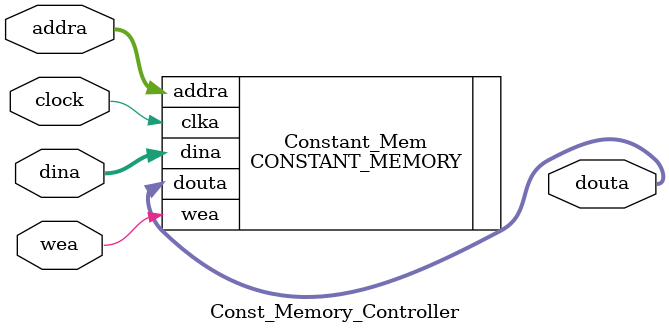
<source format=v>
`timescale 1ns / 1ps
module Const_Memory_Controller(addra,dina,wea,clock,douta);

input [11:0] addra;
input [31:0] dina;
output [31:0] douta;
input wea;
input clock;

CONSTANT_MEMORY Constant_Mem(
	.clka(clock),
	.wea(wea),
	.addra(addra),
	.dina(dina),
	.douta(douta));

endmodule
</source>
